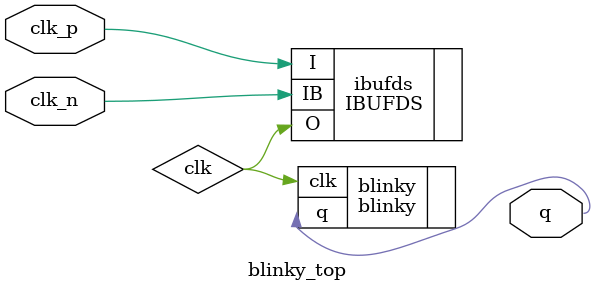
<source format=v>

module blinky_top
  (input wire  clk_p,
   input wire  clk_n,
   output wire q);

   wire        clk;

   IBUFDS ibufds
     (.I  (clk_p),
      .IB (clk_n),
      .O  (clk));

   blinky #(.clk_freq_hz (100_000_000)) blinky
     (.clk (clk),
      .q   (q));

endmodule
</source>
